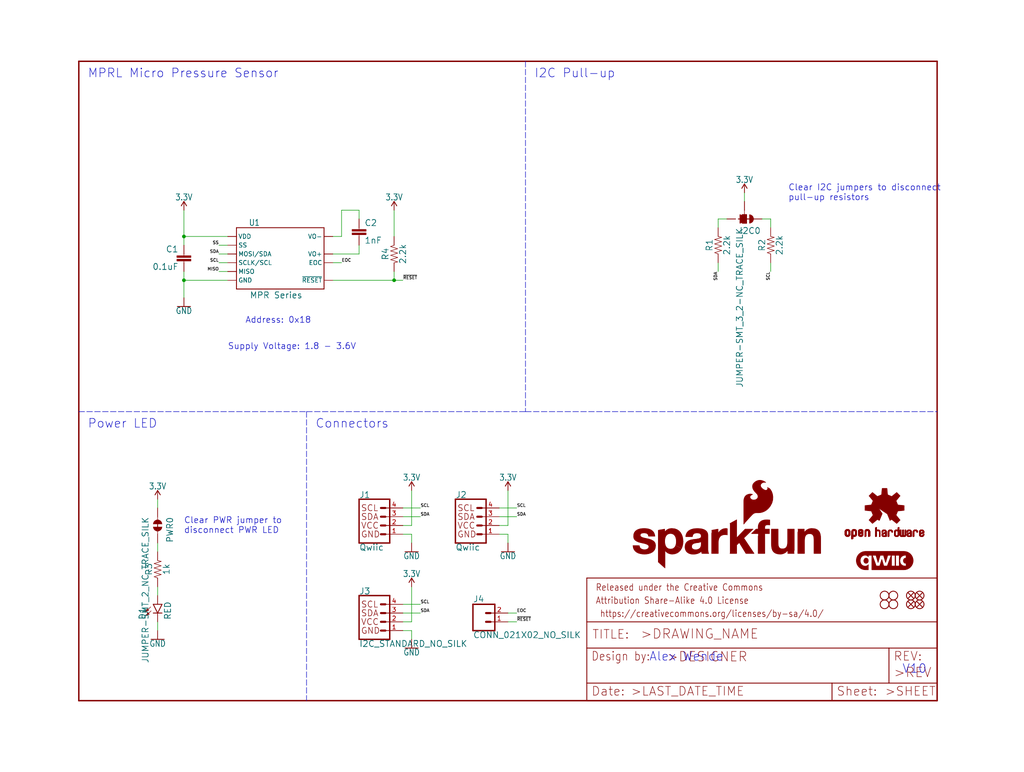
<source format=kicad_sch>
(kicad_sch (version 20211123) (generator eeschema)
  (paper "User" 297.002 223.926)
  (lib_symbols
    (symbol "eagleSchem-eagle-import:0.1UF-0603-25V-(+80{slash}-20%)"
      (property "Reference" "C" (at 1.524 2.921 0))
      (property "Value" "0.1UF-0603-25V-(+80{slash}-20%)" (at 1.524 -2.159 0))
      (symbol "0.1UF-0603-25V-(+80{slash}-20%)_1_0"
        (pin passive line (at 0 5.08 270) (length 2.54) (name "1") (number "1"))
        (pin passive line (at 0 -2.54 90) (length 2.54) (name "2") (number "2"))
      )
    )
    (symbol "eagleSchem-eagle-import:1.0NF{slash}1000PF-0603-50V-10%"
      (property "Reference" "C" (at 1.524 2.921 0))
      (property "Value" "1.0NF{slash}1000PF-0603-50V-10%" (at 1.524 -2.159 0))
      (symbol "1.0NF{slash}1000PF-0603-50V-10%_1_0"
        (pin passive line (at 0 5.08 270) (length 2.54) (name "1") (number "1"))
        (pin passive line (at 0 -2.54 90) (length 2.54) (name "2") (number "2"))
      )
    )
    (symbol "eagleSchem-eagle-import:1KOHM-0603-1{slash}10W-1%"
      (property "Reference" "R" (at 0 1.524 0))
      (property "Value" "1KOHM-0603-1{slash}10W-1%" (at 0 -1.524 0))
      (symbol "1KOHM-0603-1{slash}10W-1%_1_0"
        (pin passive line (at -5.08 0 0) (length 2.54) (name "1") (number "1"))
        (pin passive line (at 5.08 0 180) (length 2.54) (name "2") (number "2"))
      )
    )
    (symbol "eagleSchem-eagle-import:2.2KOHM-0603-1{slash}10W-1%"
      (property "Reference" "R" (at 0 1.524 0))
      (property "Value" "2.2KOHM-0603-1{slash}10W-1%" (at 0 -1.524 0))
      (symbol "2.2KOHM-0603-1{slash}10W-1%_1_0"
        (pin passive line (at -5.08 0 0) (length 2.54) (name "1") (number "1"))
        (pin passive line (at 5.08 0 180) (length 2.54) (name "2") (number "2"))
      )
    )
    (symbol "eagleSchem-eagle-import:3.3V" (power)
      (property "Value" "3.3V" (at 0 2.794 0))
      (symbol "3.3V_1_0"
        (pin power_in line (at 0 0 90) (length 2.54) (name "3.3V") (number "1"))
      )
    )
    (symbol "eagleSchem-eagle-import:CONN_021X02_NO_SILK"
      (property "Reference" "J" (at -2.54 5.588 0))
      (property "Value" "CONN_021X02_NO_SILK" (at -2.54 -4.826 0))
      (symbol "CONN_021X02_NO_SILK_1_0"
        (pin passive line (at 7.62 0 180) (length 5.08) (name "1") (number "1"))
        (pin passive line (at 7.62 2.54 180) (length 5.08) (name "2") (number "2"))
      )
    )
    (symbol "eagleSchem-eagle-import:FIDUCIALUFIDUCIAL")
    (symbol "eagleSchem-eagle-import:FRAME-LETTER"
      (symbol "FRAME-LETTER_2_0"
        (text " https://creativecommons.org/licenses/by-sa/4.0/" (at 2.54 24.13 0) (effects (font (size 1.9304 1.6408)) (justify left bottom)))
        (text ">DESIGNER" (at 23.114 11.176 0) (effects (font (size 2.7432 2.7432)) (justify left bottom)))
        (text ">DRAWING_NAME" (at 15.494 17.78 0) (effects (font (size 2.7432 2.7432)) (justify left bottom)))
        (text ">LAST_DATE_TIME" (at 12.7 1.27 0) (effects (font (size 2.54 2.54)) (justify left bottom)))
        (text ">REV" (at 88.9 6.604 0) (effects (font (size 2.7432 2.7432)) (justify left bottom)))
        (text ">SHEET" (at 86.36 1.27 0) (effects (font (size 2.54 2.54)) (justify left bottom)))
        (text "Attribution Share-Alike 4.0 License" (at 2.54 27.94 0) (effects (font (size 1.9304 1.6408)) (justify left bottom)))
        (text "Date:" (at 1.27 1.27 0) (effects (font (size 2.54 2.54)) (justify left bottom)))
        (text "Design by:" (at 1.27 11.43 0) (effects (font (size 2.54 2.159)) (justify left bottom)))
        (text "Released under the Creative Commons" (at 2.54 31.75 0) (effects (font (size 1.9304 1.6408)) (justify left bottom)))
        (text "REV:" (at 88.9 11.43 0) (effects (font (size 2.54 2.54)) (justify left bottom)))
        (text "Sheet:" (at 72.39 1.27 0) (effects (font (size 2.54 2.54)) (justify left bottom)))
        (text "TITLE:" (at 1.524 17.78 0) (effects (font (size 2.54 2.54)) (justify left bottom)))
      )
    )
    (symbol "eagleSchem-eagle-import:GND" (power)
      (property "Value" "GND" (at 0 -0.254 0))
      (symbol "GND_1_0"
        (pin power_in line (at 0 2.54 270) (length 2.54) (name "GND") (number "1"))
      )
    )
    (symbol "eagleSchem-eagle-import:I2C_STANDARDQWIIC"
      (property "Reference" "J" (at -5.08 7.874 0))
      (property "Value" "I2C_STANDARDQWIIC" (at -5.08 -5.334 0))
      (symbol "I2C_STANDARDQWIIC_1_0"
        (text "GND" (at -4.572 -2.54 0) (effects (font (size 1.778 1.778)) (justify left)))
        (text "SCL" (at -4.572 5.08 0) (effects (font (size 1.778 1.778)) (justify left)))
        (text "SDA" (at -4.572 2.54 0) (effects (font (size 1.778 1.778)) (justify left)))
        (text "VCC" (at -4.572 0 0) (effects (font (size 1.778 1.778)) (justify left)))
        (pin power_in line (at 7.62 -2.54 180) (length 5.08) (name "1") (number "1"))
        (pin power_in line (at 7.62 0 180) (length 5.08) (name "2") (number "2"))
        (pin passive line (at 7.62 2.54 180) (length 5.08) (name "3") (number "3"))
        (pin passive line (at 7.62 5.08 180) (length 5.08) (name "4") (number "4"))
      )
    )
    (symbol "eagleSchem-eagle-import:I2C_STANDARD_NO_SILK"
      (property "Reference" "J" (at -5.08 7.874 0))
      (property "Value" "I2C_STANDARD_NO_SILK" (at -5.08 -5.334 0))
      (symbol "I2C_STANDARD_NO_SILK_1_0"
        (text "GND" (at -4.572 -2.54 0) (effects (font (size 1.778 1.778)) (justify left)))
        (text "SCL" (at -4.572 5.08 0) (effects (font (size 1.778 1.778)) (justify left)))
        (text "SDA" (at -4.572 2.54 0) (effects (font (size 1.778 1.778)) (justify left)))
        (text "VCC" (at -4.572 0 0) (effects (font (size 1.778 1.778)) (justify left)))
        (pin power_in line (at 7.62 -2.54 180) (length 5.08) (name "1") (number "1"))
        (pin power_in line (at 7.62 0 180) (length 5.08) (name "2") (number "2"))
        (pin passive line (at 7.62 2.54 180) (length 5.08) (name "3") (number "3"))
        (pin passive line (at 7.62 5.08 180) (length 5.08) (name "4") (number "4"))
      )
    )
    (symbol "eagleSchem-eagle-import:JUMPER-SMT_2_NC_TRACE_SILK"
      (property "Reference" "JP" (at -2.54 2.54 0))
      (property "Value" "JUMPER-SMT_2_NC_TRACE_SILK" (at -2.54 -2.54 0))
      (symbol "JUMPER-SMT_2_NC_TRACE_SILK_1_0"
        (pin passive line (at -5.08 0 0) (length 2.54) (name "1") (number "1"))
        (pin passive line (at 5.08 0 180) (length 2.54) (name "2") (number "2"))
      )
    )
    (symbol "eagleSchem-eagle-import:JUMPER-SMT_3_2-NC_TRACE_SILK"
      (property "Reference" "JP" (at 2.54 0.381 0))
      (property "Value" "JUMPER-SMT_3_2-NC_TRACE_SILK" (at 2.54 -0.381 0))
      (symbol "JUMPER-SMT_3_2-NC_TRACE_SILK_1_0"
        (pin passive line (at 0 5.08 270) (length 2.54) (name "1") (number "1"))
        (pin passive line (at -5.08 0 0) (length 2.54) (name "2") (number "2"))
        (pin passive line (at 0 -5.08 90) (length 2.54) (name "3") (number "3"))
      )
    )
    (symbol "eagleSchem-eagle-import:LED-RED0603"
      (property "Reference" "D" (at -3.429 -4.572 90))
      (property "Value" "LED-RED0603" (at 1.905 -4.572 90))
      (symbol "LED-RED0603_1_0"
        (pin passive line (at 0 2.54 270) (length 2.54) (name "A") (number "A"))
        (pin passive line (at 0 -5.08 90) (length 2.54) (name "C") (number "C"))
      )
    )
    (symbol "eagleSchem-eagle-import:MPR_SERIES_PRESSURE_I2C"
      (property "Reference" "U" (at -9.144 8.128 0))
      (property "Value" "MPR_SERIES_PRESSURE_I2C" (at -8.89 -10.922 0))
      (symbol "MPR_SERIES_PRESSURE_I2C_1_0"
        (pin bidirectional line (at -15.24 2.54 0) (length 2.54) (name "SS") (number "1"))
        (pin bidirectional line (at -15.24 -7.62 0) (length 2.54) (name "GND") (number "10"))
        (pin bidirectional line (at -15.24 5.08 0) (length 2.54) (name "VDD") (number "12"))
        (pin bidirectional line (at -15.24 0 0) (length 2.54) (name "MOSI/SDA") (number "2"))
        (pin bidirectional line (at -15.24 -2.54 0) (length 2.54) (name "SCLK/SCL") (number "3"))
        (pin bidirectional line (at 15.24 0 180) (length 2.54) (name "VO+") (number "4"))
        (pin bidirectional line (at 15.24 5.08 180) (length 2.54) (name "VO-") (number "6"))
        (pin bidirectional line (at -15.24 -5.08 0) (length 2.54) (name "MISO") (number "7"))
        (pin bidirectional line (at 15.24 -2.54 180) (length 2.54) (name "EOC") (number "8"))
        (pin bidirectional line (at 15.24 -7.62 180) (length 2.54) (name "~{RESET}") (number "9"))
      )
    )
    (symbol "eagleSchem-eagle-import:OSHW-LOGOS")
    (symbol "eagleSchem-eagle-import:QWIIC_LOGO_5MM")
    (symbol "eagleSchem-eagle-import:SFE_LOGO_NAME_FLAME.1_INCH")
    (symbol "eagleSchem-eagle-import:STAND-OFF")
  )
  (junction (at 53.34 68.58))
  (junction (at 114.3 81.28))
  (junction (at 53.34 81.28))
  (wire (pts (xy 147.32 180.34) (xy 149.86 180.34)))
  (wire (pts (xy 104.14 73.66) (xy 104.14 71.12)))
  (wire (pts (xy 144.78 147.32) (xy 149.86 147.32)))
  (wire (pts (xy 45.72 172.72) (xy 45.72 170.18)))
  (polyline (pts (xy 152.4 17.78) (xy 152.4 119.38)))
  (wire (pts (xy 66.04 81.28) (xy 53.34 81.28)))
  (wire (pts (xy 96.52 76.2) (xy 99.06 76.2)))
  (wire (pts (xy 144.78 152.4) (xy 147.32 152.4)))
  (wire (pts (xy 116.84 177.8) (xy 121.92 177.8)))
  (wire (pts (xy 116.84 180.34) (xy 119.38 180.34)))
  (polyline (pts (xy 88.9 119.38) (xy 88.9 203.2)))
  (polyline (pts (xy 152.4 119.38) (xy 271.78 119.38)))
  (wire (pts (xy 223.52 63.5) (xy 223.52 66.04)))
  (wire (pts (xy 66.04 73.66) (xy 63.5 73.66)))
  (wire (pts (xy 53.34 81.28) (xy 53.34 86.36)))
  (wire (pts (xy 116.84 152.4) (xy 119.38 152.4)))
  (wire (pts (xy 45.72 157.48) (xy 45.72 160.02)))
  (wire (pts (xy 53.34 68.58) (xy 53.34 71.12)))
  (wire (pts (xy 45.72 180.34) (xy 45.72 182.88)))
  (wire (pts (xy 210.82 63.5) (xy 208.28 63.5)))
  (polyline (pts (xy 88.9 119.38) (xy 152.4 119.38)))
  (wire (pts (xy 116.84 147.32) (xy 121.92 147.32)))
  (wire (pts (xy 66.04 78.74) (xy 63.5 78.74)))
  (wire (pts (xy 119.38 180.34) (xy 119.38 170.18)))
  (wire (pts (xy 96.52 68.58) (xy 99.06 68.58)))
  (wire (pts (xy 66.04 68.58) (xy 53.34 68.58)))
  (wire (pts (xy 104.14 60.96) (xy 99.06 60.96)))
  (wire (pts (xy 114.3 68.58) (xy 114.3 60.96)))
  (wire (pts (xy 96.52 81.28) (xy 114.3 81.28)))
  (wire (pts (xy 116.84 182.88) (xy 119.38 182.88)))
  (wire (pts (xy 104.14 60.96) (xy 104.14 63.5)))
  (wire (pts (xy 116.84 154.94) (xy 119.38 154.94)))
  (wire (pts (xy 147.32 152.4) (xy 147.32 142.24)))
  (wire (pts (xy 99.06 60.96) (xy 99.06 68.58)))
  (wire (pts (xy 144.78 149.86) (xy 149.86 149.86)))
  (wire (pts (xy 96.52 73.66) (xy 104.14 73.66)))
  (wire (pts (xy 208.28 76.2) (xy 208.28 78.74)))
  (wire (pts (xy 119.38 154.94) (xy 119.38 157.48)))
  (wire (pts (xy 53.34 68.58) (xy 53.34 60.96)))
  (wire (pts (xy 116.84 175.26) (xy 121.92 175.26)))
  (wire (pts (xy 119.38 152.4) (xy 119.38 142.24)))
  (wire (pts (xy 45.72 144.78) (xy 45.72 147.32)))
  (wire (pts (xy 144.78 154.94) (xy 147.32 154.94)))
  (wire (pts (xy 114.3 81.28) (xy 116.84 81.28)))
  (wire (pts (xy 220.98 63.5) (xy 223.52 63.5)))
  (wire (pts (xy 208.28 63.5) (xy 208.28 66.04)))
  (wire (pts (xy 215.9 58.42) (xy 215.9 55.88)))
  (wire (pts (xy 53.34 81.28) (xy 53.34 78.74)))
  (wire (pts (xy 114.3 78.74) (xy 114.3 81.28)))
  (wire (pts (xy 66.04 76.2) (xy 63.5 76.2)))
  (wire (pts (xy 116.84 149.86) (xy 121.92 149.86)))
  (wire (pts (xy 223.52 76.2) (xy 223.52 78.74)))
  (wire (pts (xy 147.32 177.8) (xy 149.86 177.8)))
  (wire (pts (xy 66.04 71.12) (xy 63.5 71.12)))
  (wire (pts (xy 147.32 154.94) (xy 147.32 157.48)))
  (polyline (pts (xy 22.86 119.38) (xy 88.9 119.38)))
  (wire (pts (xy 119.38 182.88) (xy 119.38 185.42)))
  (text "MPRL Micro Pressure Sensor" (at 25.4 22.86 180) (effects (font (size 2.54 2.54)) (justify left bottom)))
  (text "Supply Voltage: 1.8 - 3.6V" (at 66.04 101.6 180) (effects (font (size 1.778 1.778)) (justify left bottom)))
  (text "V10" (at 261.62 195.58 180) (effects (font (size 2.54 2.54)) (justify left bottom)))
  (text "Alex Wende" (at 188.214 192.024 180) (effects (font (size 2.54 2.54)) (justify left bottom)))
  (text "Address: 0x18" (at 71.12 93.98 180) (effects (font (size 1.778 1.778)) (justify left bottom)))
  (text "I2C Pull-up" (at 154.94 22.86 180) (effects (font (size 2.54 2.54)) (justify left bottom)))
  (text "Power LED" (at 25.4 124.46 180) (effects (font (size 2.54 2.54)) (justify left bottom)))
  (text "Clear I2C jumpers to disconnect\npull-up resistors" (at 228.6 58.42 180) (effects (font (size 1.778 1.778)) (justify left bottom)))
  (text "Connectors" (at 91.44 124.46 180) (effects (font (size 2.54 2.54)) (justify left bottom)))
  (text "Clear PWR jumper to\ndisconnect PWR LED" (at 53.34 154.94 180) (effects (font (size 1.778 1.778)) (justify left bottom)))
  (label "SS" (at 63.5 71.12 180) (effects (font (size 0.889 0.889))))
  (label "EOC" (at 99.06 76.2 0) (effects (font (size 0.889 0.889))))
  (label "SCL" (at 121.92 147.32 0) (effects (font (size 0.889 0.889))))
  (label "SCL" (at 63.5 76.2 180) (effects (font (size 0.889 0.889))))
  (label "SDA" (at 149.86 149.86 0) (effects (font (size 0.889 0.889))))
  (label "SDA" (at 208.28 78.74 270) (effects (font (size 0.889 0.889))))
  (label "SDA" (at 63.5 73.66 180) (effects (font (size 0.889 0.889))))
  (label "SCL" (at 149.86 147.32 0) (effects (font (size 0.889 0.889))))
  (label "~{RESET}" (at 116.84 81.28 0) (effects (font (size 0.889 0.889))))
  (label "~{RESET}" (at 149.86 180.34 0) (effects (font (size 0.889 0.889))))
  (label "MISO" (at 63.5 78.74 180) (effects (font (size 0.889 0.889))))
  (label "EOC" (at 149.86 177.8 0) (effects (font (size 0.889 0.889))))
  (label "SDA" (at 121.92 149.86 0) (effects (font (size 0.889 0.889))))
  (label "SCL" (at 223.52 78.74 270) (effects (font (size 0.889 0.889))))
  (label "SDA" (at 121.92 177.8 0) (effects (font (size 0.889 0.889))))
  (label "SCL" (at 121.92 175.26 0) (effects (font (size 0.889 0.889))))
  (symbol (lib_id "eagleSchem-eagle-import:SFE_LOGO_NAME_FLAME.1_INCH") (at 182.88 165.1 0) (unit 1)
    (property "Reference" "LOGO3" (effects hide))
    (property "Value" "SFE_LOGO_NAME_FLAME.1_INCH" (effects hide))
    (property "Footprint" "eagleSchem:SFE_LOGO_NAME_FLAME_.1" (effects hide))
  )
  (symbol (lib_id "eagleSchem-eagle-import:STAND-OFF") (at 259.08 175.26 0) (unit 1)
    (property "Reference" "H2" (effects hide))
    (property "Value" "STAND-OFF" (effects hide))
    (property "Footprint" "eagleSchem:STAND-OFF" (effects hide))
  )
  (symbol (lib_id "eagleSchem-eagle-import:3.3V") (at 119.38 170.18 0) (unit 1)
    (property "Reference" "#SUPPLY5" (effects hide))
    (property "Value" "3.3V" (at 119.38 167.386 0) (effects (font (size 1.778 1.5113)) (justify bottom)))
    (property "Footprint" "eagleSchem:" (effects hide))
  )
  (symbol (lib_id "eagleSchem-eagle-import:FRAME-LETTER") (at 170.18 203.2 0) (unit 2)
    (property "Reference" "FRAME1" (effects hide))
    (property "Value" "FRAME-LETTER" (effects hide))
    (property "Footprint" "eagleSchem:CREATIVE_COMMONS" (effects hide))
  )
  (symbol (lib_id "eagleSchem-eagle-import:FIDUCIALUFIDUCIAL") (at 264.16 175.26 0) (unit 1)
    (property "Reference" "FD3" (effects hide))
    (property "Value" "FIDUCIALUFIDUCIAL" (effects hide))
    (property "Footprint" "eagleSchem:FIDUCIAL-MICRO" (effects hide))
  )
  (symbol (lib_id "eagleSchem-eagle-import:2.2KOHM-0603-1{slash}10W-1%") (at 114.3 73.66 90) (mirror x) (unit 1)
    (property "Reference" "R4" (at 112.776 73.66 0) (effects (font (size 1.778 1.778)) (justify bottom)))
    (property "Value" "2.2k" (at 115.824 73.66 0) (effects (font (size 1.778 1.778)) (justify top)))
    (property "Footprint" "eagleSchem:0603" (effects hide))
  )
  (symbol (lib_id "eagleSchem-eagle-import:3.3V") (at 147.32 142.24 0) (unit 1)
    (property "Reference" "#SUPPLY4" (effects hide))
    (property "Value" "3.3V" (at 147.32 139.446 0) (effects (font (size 1.778 1.5113)) (justify bottom)))
    (property "Footprint" "eagleSchem:" (effects hide))
  )
  (symbol (lib_id "eagleSchem-eagle-import:GND") (at 45.72 185.42 0) (unit 1)
    (property "Reference" "#GND5" (effects hide))
    (property "Value" "GND" (at 45.72 185.674 0) (effects (font (size 1.778 1.5113)) (justify top)))
    (property "Footprint" "eagleSchem:" (effects hide))
  )
  (symbol (lib_id "eagleSchem-eagle-import:I2C_STANDARD_NO_SILK") (at 109.22 180.34 0) (unit 1)
    (property "Reference" "J3" (at 104.14 172.466 0) (effects (font (size 1.778 1.778)) (justify left bottom)))
    (property "Value" "I2C_STANDARD_NO_SILK" (at 104.14 185.674 0) (effects (font (size 1.778 1.778)) (justify left top)))
    (property "Footprint" "eagleSchem:1X04_NO_SILK" (effects hide))
  )
  (symbol (lib_id "eagleSchem-eagle-import:STAND-OFF") (at 259.08 172.72 0) (unit 1)
    (property "Reference" "H1" (effects hide))
    (property "Value" "STAND-OFF" (effects hide))
    (property "Footprint" "eagleSchem:STAND-OFF" (effects hide))
  )
  (symbol (lib_id "eagleSchem-eagle-import:LED-RED0603") (at 45.72 175.26 0) (unit 1)
    (property "Reference" "D1" (at 42.291 179.832 90) (effects (font (size 1.778 1.778)) (justify left bottom)))
    (property "Value" "RED" (at 47.625 179.832 90) (effects (font (size 1.778 1.778)) (justify left top)))
    (property "Footprint" "eagleSchem:LED-0603" (effects hide))
  )
  (symbol (lib_id "eagleSchem-eagle-import:GND") (at 119.38 160.02 0) (unit 1)
    (property "Reference" "#GND3" (effects hide))
    (property "Value" "GND" (at 119.38 160.274 0) (effects (font (size 1.778 1.5113)) (justify top)))
    (property "Footprint" "eagleSchem:" (effects hide))
  )
  (symbol (lib_id "eagleSchem-eagle-import:0.1UF-0603-25V-(+80{slash}-20%)") (at 53.34 76.2 0) (mirror y) (unit 1)
    (property "Reference" "C1" (at 51.816 73.279 0) (effects (font (size 1.778 1.778)) (justify left bottom)))
    (property "Value" "0.1uF" (at 51.816 78.359 0) (effects (font (size 1.778 1.778)) (justify left bottom)))
    (property "Footprint" "eagleSchem:0603" (effects hide))
  )
  (symbol (lib_id "eagleSchem-eagle-import:3.3V") (at 53.34 60.96 0) (unit 1)
    (property "Reference" "#SUPPLY1" (effects hide))
    (property "Value" "3.3V" (at 53.34 58.166 0) (effects (font (size 1.778 1.5113)) (justify bottom)))
    (property "Footprint" "eagleSchem:" (effects hide))
  )
  (symbol (lib_id "eagleSchem-eagle-import:QWIIC_LOGO_5MM") (at 256.54 162.56 0) (unit 1)
    (property "Reference" "LOGO1" (effects hide))
    (property "Value" "QWIIC_LOGO_5MM" (effects hide))
    (property "Footprint" "eagleSchem:QWIIC_5MM" (effects hide))
  )
  (symbol (lib_id "eagleSchem-eagle-import:3.3V") (at 119.38 142.24 0) (unit 1)
    (property "Reference" "#SUPPLY3" (effects hide))
    (property "Value" "3.3V" (at 119.38 139.446 0) (effects (font (size 1.778 1.5113)) (justify bottom)))
    (property "Footprint" "eagleSchem:" (effects hide))
  )
  (symbol (lib_id "eagleSchem-eagle-import:JUMPER-SMT_3_2-NC_TRACE_SILK") (at 215.9 63.5 270) (unit 1)
    (property "Reference" "I2C0" (at 214.376 65.913 90) (effects (font (size 1.778 1.778)) (justify left top)))
    (property "Value" "JUMPER-SMT_3_2-NC_TRACE_SILK" (at 215.519 66.04 0) (effects (font (size 1.778 1.778)) (justify left top)))
    (property "Footprint" "eagleSchem:SMT-JUMPER_3_2-NC_TRACE_SILK" (effects hide))
  )
  (symbol (lib_id "eagleSchem-eagle-import:I2C_STANDARDQWIIC") (at 137.16 152.4 0) (unit 1)
    (property "Reference" "J2" (at 132.08 144.526 0) (effects (font (size 1.778 1.778)) (justify left bottom)))
    (property "Value" "Qwiic" (at 132.08 157.734 0) (effects (font (size 1.778 1.778)) (justify left top)))
    (property "Footprint" "eagleSchem:JST04_1MM_RA" (effects hide))
  )
  (symbol (lib_id "eagleSchem-eagle-import:STAND-OFF") (at 256.54 175.26 0) (unit 1)
    (property "Reference" "H3" (effects hide))
    (property "Value" "STAND-OFF" (effects hide))
    (property "Footprint" "eagleSchem:STAND-OFF" (effects hide))
  )
  (symbol (lib_id "eagleSchem-eagle-import:GND") (at 119.38 187.96 0) (unit 1)
    (property "Reference" "#GND4" (effects hide))
    (property "Value" "GND" (at 119.38 188.214 0) (effects (font (size 1.778 1.5113)) (justify top)))
    (property "Footprint" "eagleSchem:" (effects hide))
  )
  (symbol (lib_id "eagleSchem-eagle-import:CONN_021X02_NO_SILK") (at 139.7 180.34 0) (unit 1)
    (property "Reference" "J4" (at 137.16 174.752 0) (effects (font (size 1.778 1.778)) (justify left bottom)))
    (property "Value" "CONN_021X02_NO_SILK" (at 137.16 185.166 0) (effects (font (size 1.778 1.778)) (justify left bottom)))
    (property "Footprint" "eagleSchem:1X02_NO_SILK" (effects hide))
  )
  (symbol (lib_id "eagleSchem-eagle-import:2.2KOHM-0603-1{slash}10W-1%") (at 223.52 71.12 90) (unit 1)
    (property "Reference" "R2" (at 221.996 71.12 0) (effects (font (size 1.778 1.778)) (justify bottom)))
    (property "Value" "2.2k" (at 225.044 71.12 0) (effects (font (size 1.778 1.778)) (justify top)))
    (property "Footprint" "eagleSchem:0603" (effects hide))
  )
  (symbol (lib_id "eagleSchem-eagle-import:GND") (at 53.34 88.9 0) (unit 1)
    (property "Reference" "#GND1" (effects hide))
    (property "Value" "GND" (at 53.34 89.154 0) (effects (font (size 1.778 1.5113)) (justify top)))
    (property "Footprint" "eagleSchem:" (effects hide))
  )
  (symbol (lib_id "eagleSchem-eagle-import:2.2KOHM-0603-1{slash}10W-1%") (at 208.28 71.12 90) (unit 1)
    (property "Reference" "R1" (at 206.756 71.12 0) (effects (font (size 1.778 1.778)) (justify bottom)))
    (property "Value" "2.2k" (at 209.804 71.12 0) (effects (font (size 1.778 1.778)) (justify top)))
    (property "Footprint" "eagleSchem:0603" (effects hide))
  )
  (symbol (lib_id "eagleSchem-eagle-import:FIDUCIALUFIDUCIAL") (at 266.7 175.26 0) (unit 1)
    (property "Reference" "FD4" (effects hide))
    (property "Value" "FIDUCIALUFIDUCIAL" (effects hide))
    (property "Footprint" "eagleSchem:FIDUCIAL-MICRO" (effects hide))
  )
  (symbol (lib_id "eagleSchem-eagle-import:3.3V") (at 215.9 55.88 0) (unit 1)
    (property "Reference" "#SUPPLY2" (effects hide))
    (property "Value" "3.3V" (at 215.9 53.086 0) (effects (font (size 1.778 1.5113)) (justify bottom)))
    (property "Footprint" "eagleSchem:" (effects hide))
  )
  (symbol (lib_id "eagleSchem-eagle-import:MPR_SERIES_PRESSURE_I2C") (at 81.28 73.66 0) (unit 1)
    (property "Reference" "U1" (at 72.136 65.532 0) (effects (font (size 1.778 1.5113)) (justify left bottom)))
    (property "Value" "MPR Series" (at 72.39 84.582 0) (effects (font (size 1.778 1.778)) (justify left top)))
    (property "Footprint" "eagleSchem:MPR_SERIES_PRESSURE_I2C" (effects hide))
  )
  (symbol (lib_id "eagleSchem-eagle-import:OSHW-LOGOS") (at 256.54 147.32 0) (unit 1)
    (property "Reference" "LOGO2" (effects hide))
    (property "Value" "OSHW-LOGOS" (effects hide))
    (property "Footprint" "eagleSchem:OSHW-LOGO-S" (effects hide))
  )
  (symbol (lib_id "eagleSchem-eagle-import:1.0NF{slash}1000PF-0603-50V-10%") (at 104.14 68.58 0) (unit 1)
    (property "Reference" "C2" (at 105.664 65.659 0) (effects (font (size 1.778 1.778)) (justify left bottom)))
    (property "Value" "1nF" (at 105.664 70.739 0) (effects (font (size 1.778 1.778)) (justify left bottom)))
    (property "Footprint" "eagleSchem:0603" (effects hide))
  )
  (symbol (lib_id "eagleSchem-eagle-import:GND") (at 147.32 160.02 0) (unit 1)
    (property "Reference" "#GND2" (effects hide))
    (property "Value" "GND" (at 147.32 160.274 0) (effects (font (size 1.778 1.5113)) (justify top)))
    (property "Footprint" "eagleSchem:" (effects hide))
  )
  (symbol (lib_id "eagleSchem-eagle-import:1KOHM-0603-1{slash}10W-1%") (at 45.72 165.1 90) (unit 1)
    (property "Reference" "R3" (at 44.196 165.1 0) (effects (font (size 1.778 1.778)) (justify bottom)))
    (property "Value" "1k" (at 47.244 165.1 0) (effects (font (size 1.778 1.778)) (justify top)))
    (property "Footprint" "eagleSchem:0603" (effects hide))
  )
  (symbol (lib_id "eagleSchem-eagle-import:FRAME-LETTER") (at 22.86 203.2 0) (unit 1)
    (property "Reference" "FRAME1" (effects hide))
    (property "Value" "FRAME-LETTER" (effects hide))
    (property "Footprint" "eagleSchem:CREATIVE_COMMONS" (effects hide))
  )
  (symbol (lib_id "eagleSchem-eagle-import:3.3V") (at 45.72 144.78 0) (unit 1)
    (property "Reference" "#SUPPLY6" (effects hide))
    (property "Value" "3.3V" (at 45.72 141.986 0) (effects (font (size 1.778 1.5113)) (justify bottom)))
    (property "Footprint" "eagleSchem:" (effects hide))
  )
  (symbol (lib_id "eagleSchem-eagle-import:3.3V") (at 114.3 60.96 0) (unit 1)
    (property "Reference" "#SUPPLY7" (effects hide))
    (property "Value" "3.3V" (at 114.3 58.166 0) (effects (font (size 1.778 1.5113)) (justify bottom)))
    (property "Footprint" "eagleSchem:" (effects hide))
  )
  (symbol (lib_id "eagleSchem-eagle-import:STAND-OFF") (at 256.54 172.72 0) (unit 1)
    (property "Reference" "H4" (effects hide))
    (property "Value" "STAND-OFF" (effects hide))
    (property "Footprint" "eagleSchem:STAND-OFF" (effects hide))
  )
  (symbol (lib_id "eagleSchem-eagle-import:JUMPER-SMT_2_NC_TRACE_SILK") (at 45.72 152.4 270) (unit 1)
    (property "Reference" "PWR0" (at 48.26 149.86 0) (effects (font (size 1.778 1.778)) (justify left bottom)))
    (property "Value" "JUMPER-SMT_2_NC_TRACE_SILK" (at 43.18 149.86 0) (effects (font (size 1.778 1.778)) (justify left top)))
    (property "Footprint" "eagleSchem:SMT-JUMPER_2_NC_TRACE_SILK" (effects hide))
  )
  (symbol (lib_id "eagleSchem-eagle-import:FIDUCIALUFIDUCIAL") (at 266.7 172.72 0) (unit 1)
    (property "Reference" "FD1" (effects hide))
    (property "Value" "FIDUCIALUFIDUCIAL" (effects hide))
    (property "Footprint" "eagleSchem:FIDUCIAL-MICRO" (effects hide))
  )
  (symbol (lib_id "eagleSchem-eagle-import:I2C_STANDARDQWIIC") (at 109.22 152.4 0) (unit 1)
    (property "Reference" "J1" (at 104.14 144.526 0) (effects (font (size 1.778 1.778)) (justify left bottom)))
    (property "Value" "Qwiic" (at 104.14 157.734 0) (effects (font (size 1.778 1.778)) (justify left top)))
    (property "Footprint" "eagleSchem:JST04_1MM_RA" (effects hide))
  )
  (symbol (lib_id "eagleSchem-eagle-import:FIDUCIALUFIDUCIAL") (at 264.16 172.72 0) (unit 1)
    (property "Reference" "FD2" (effects hide))
    (property "Value" "FIDUCIALUFIDUCIAL" (effects hide))
    (property "Footprint" "eagleSchem:FIDUCIAL-MICRO" (effects hide))
  )
)
</source>
